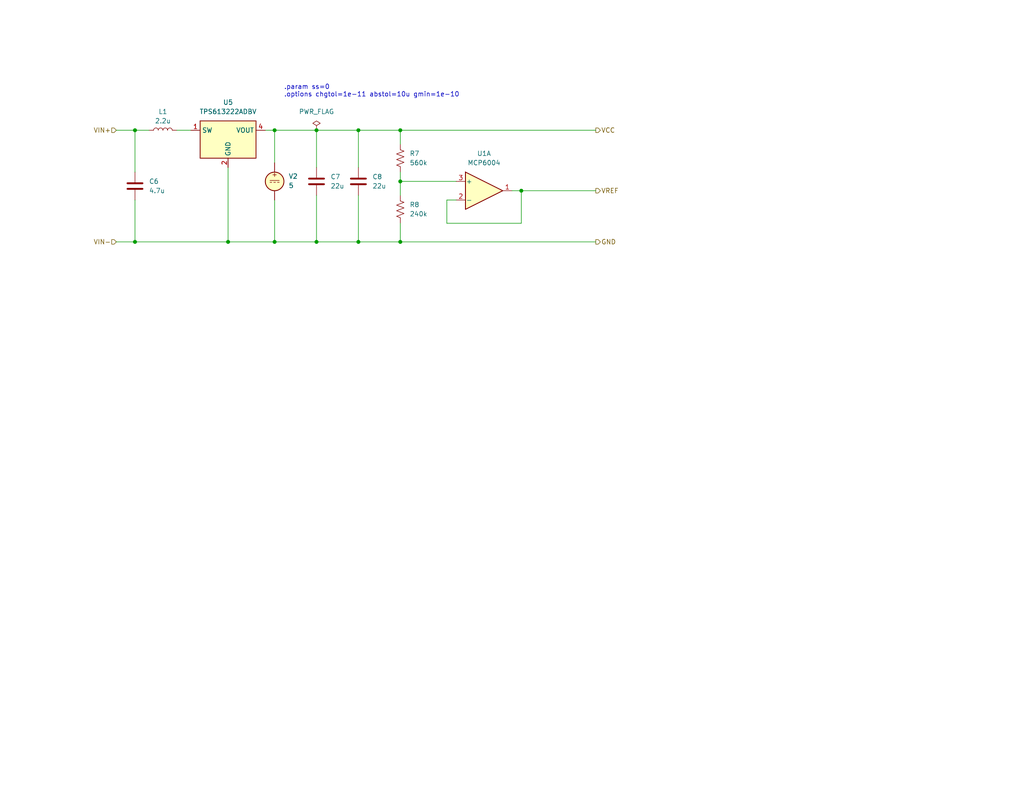
<source format=kicad_sch>
(kicad_sch (version 20250114) (generator "eeschema") (generator_version "9.0")
  (paper "USLetter")
  (title_block (title "EL223FP4L1") (date "2025-05-08") (rev "1") (company "Boles & Walker") (comment 1 "5V, 2.5V Rail Generator"))
  (lib_symbols
    (symbol "Amplifier_Operational:MCP6004" (pin_names (offset 0.127))
      (property "Reference" "U" (at 0 5.08 0))
      (property "Value" "MCP6004" (at 0 -5.08 0))
      (symbol "MCP6004_1_1"
        (polyline (pts (xy -5.08 5.08) (xy 5.08 0) (xy -5.08 -5.08) (xy -5.08 5.08)) (stroke (width 0.254)) (fill (type background)))
        (pin input line (at -7.62 2.54 0) (length 2.54) (name "+") (number "3"))
        (pin input line (at -7.62 -2.54 0) (length 2.54) (name "-") (number "2"))
        (pin output line (at 7.62 0 180) (length 2.54) (name "~") (number "1"))
      )
      (symbol "MCP6004_2_1"
        (polyline (pts (xy -5.08 5.08) (xy 5.08 0) (xy -5.08 -5.08) (xy -5.08 5.08)) (stroke (width 0.254)) (fill (type background)))
        (pin input line (at -7.62 2.54 0) (length 2.54) (name "+") (number "5"))
        (pin input line (at -7.62 -2.54 0) (length 2.54) (name "-") (number "6"))
        (pin output line (at 7.62 0 180) (length 2.54) (name "~") (number "7"))
      )
      (symbol "MCP6004_3_1"
        (polyline (pts (xy -5.08 5.08) (xy 5.08 0) (xy -5.08 -5.08) (xy -5.08 5.08)) (stroke (width 0.254)) (fill (type background)))
        (pin input line (at -7.62 2.54 0) (length 2.54) (name "+") (number "10"))
        (pin input line (at -7.62 -2.54 0) (length 2.54) (name "-") (number "9"))
        (pin output line (at 7.62 0 180) (length 2.54) (name "~") (number "8"))
      )
      (symbol "MCP6004_4_1"
        (polyline (pts (xy -5.08 5.08) (xy 5.08 0) (xy -5.08 -5.08) (xy -5.08 5.08)) (stroke (width 0.254)) (fill (type background)))
        (pin input line (at -7.62 2.54 0) (length 2.54) (name "+") (number "12"))
        (pin input line (at -7.62 -2.54 0) (length 2.54) (name "-") (number "13"))
        (pin output line (at 7.62 0 180) (length 2.54) (name "~") (number "14"))
      )
      (symbol "MCP6004_5_1"
        (pin power_in line (at -2.54 7.62 270) (length 3.81) (name "V+") (number "4"))
        (pin power_in line (at -2.54 -7.62 90) (length 3.81) (name "V-") (number "11"))
      )
    )
    (symbol "Device:C" (pin_numbers (hide yes)) (pin_names (offset 0.254))
      (property "Reference" "C" (at 0.635 2.54 0))
      (property "Value" "C" (at 0.635 -2.54 0))
      (symbol "C_0_1"
        (polyline (pts (xy -2.032 0.762) (xy 2.032 0.762)) (stroke (width 0.508)))
        (polyline (pts (xy -2.032 -0.762) (xy 2.032 -0.762)) (stroke (width 0.508)))
      )
      (symbol "C_1_1"
        (pin passive line (at 0 3.81 270) (length 2.794) (name "~") (number "1"))
        (pin passive line (at 0 -3.81 90) (length 2.794) (name "~") (number "2"))
      )
    )
    (symbol "Device:L" (pin_numbers (hide yes)) (pin_names (offset 1.016) (hide yes))
      (property "Reference" "L" (at -1.27 0 90))
      (property "Value" "L" (at 1.905 0 90))
      (symbol "L_0_1"
        (arc (start 0 2.54) (mid 0.6323 1.905) (end 0 1.27))
        (arc (start 0 1.27) (mid 0.6323 0.635) (end 0 0))
        (arc (start 0 0) (mid 0.6323 -0.635) (end 0 -1.27))
        (arc (start 0 -1.27) (mid 0.6323 -1.905) (end 0 -2.54))
      )
      (symbol "L_1_1"
        (pin passive line (at 0 3.81 270) (length 1.27) (name "1") (number "1"))
        (pin passive line (at 0 -3.81 90) (length 1.27) (name "2") (number "2"))
      )
    )
    (symbol "Device:R_US" (pin_numbers (hide yes)) (pin_names (offset 0))
      (property "Reference" "R" (at 2.54 0 90))
      (property "Value" "R_US" (at -2.54 0 90))
      (symbol "R_US_0_1"
        (polyline (pts (xy 0 2.286) (xy 0 2.54)))
        (polyline (pts (xy 0 2.286) (xy 1.016 1.905) (xy 0 1.524) (xy -1.016 1.143) (xy 0 0.762)))
        (polyline (pts (xy 0 0.762) (xy 1.016 0.381) (xy 0 0) (xy -1.016 -0.381) (xy 0 -0.762)))
        (polyline (pts (xy 0 -0.762) (xy 1.016 -1.143) (xy 0 -1.524) (xy -1.016 -1.905) (xy 0 -2.286)))
        (polyline (pts (xy 0 -2.286) (xy 0 -2.54)))
      )
      (symbol "R_US_1_1"
        (pin passive line (at 0 3.81 270) (length 1.27) (name "~") (number "1"))
        (pin passive line (at 0 -3.81 90) (length 1.27) (name "~") (number "2"))
      )
    )
    (symbol "Regulator_Switching:TPS613222ADBV"
      (property "Reference" "U" (at -7.62 6.35 0))
      (property "Value" "TPS613222ADBV" (at 2.54 6.35 0))
      (symbol "TPS613222ADBV_0_1"
        (rectangle (start -7.62 5.08) (end 7.62 -5.08) (stroke (width 0.254)) (fill (type background)))
      )
      (symbol "TPS613222ADBV_1_1"
        (pin power_in line (at -10.16 2.54 0) (length 2.54) (name "SW") (number "1"))
        (pin no_connect line (at -7.62 -2.54 0) (length 2.54) (hide yes) (name "NC") (number "3"))
        (pin power_in line (at 0 -7.62 90) (length 2.54) (name "GND") (number "2"))
        (pin no_connect line (at 7.62 -2.54 180) (length 2.54) (hide yes) (name "NC") (number "5"))
        (pin power_out line (at 10.16 2.54 180) (length 2.54) (name "VOUT") (number "4"))
      )
    )
    (symbol "Simulation_SPICE:VDC" (pin_numbers (hide yes)) (pin_names (offset 0.0254))
      (property "Reference" "V" (at 2.54 2.54 0))
      (property "Value" "1" (at 2.54 0 0))
      (symbol "VDC_0_0"
        (polyline (pts (xy -1.27 0.254) (xy 1.27 0.254)))
        (polyline (pts (xy -0.762 -0.254) (xy -1.27 -0.254)))
        (polyline (pts (xy 0.254 -0.254) (xy -0.254 -0.254)))
        (polyline (pts (xy 1.27 -0.254) (xy 0.762 -0.254)))
        (text "+" (at 0 1.905 0) (effects (font (size 1.27 1.27))))
      )
      (symbol "VDC_0_1"
        (circle (center 0 0) (radius 2.54) (stroke (width 0.254)) (fill (type background)))
      )
      (symbol "VDC_1_1"
        (pin passive line (at 0 5.08 270) (length 2.54) (name "~") (number "1"))
        (pin passive line (at 0 -5.08 90) (length 2.54) (name "~") (number "2"))
      )
    )
    (symbol "power:PWR_FLAG" (power) (pin_numbers (hide yes)) (pin_names (offset 0) (hide yes))
      (property "Value" "PWR_FLAG" (at 0 3.81 0))
      (symbol "PWR_FLAG_0_0"
        (pin power_out line (at 0 0 90) (length 0) (name "~") (number "1"))
      )
      (symbol "PWR_FLAG_0_1"
        (polyline (pts (xy 0 0) (xy 0 1.27) (xy -1.016 1.905) (xy 0 2.54) (xy 1.016 1.905) (xy 0 1.27)))
      )
    )
  )
  (text ".param ss=0\n.options chgtol=1e-11 abstol=10u gmin=1e-10" (at 77.47 24.892 0) (effects (font (size 1.27 1.27)) (justify left)))
  (junction (at 74.93 35.56))
  (junction (at 97.79 66.04))
  (junction (at 36.83 35.56))
  (junction (at 86.36 35.56))
  (junction (at 109.22 49.53))
  (junction (at 109.22 66.04))
  (junction (at 142.24 52.07))
  (junction (at 86.36 66.04))
  (junction (at 109.22 35.56))
  (junction (at 62.23 66.04))
  (junction (at 36.83 66.04))
  (junction (at 97.79 35.56))
  (junction (at 74.93 66.04))
  (wire (pts (xy 139.7 52.07) (xy 142.24 52.07)))
  (wire (pts (xy 40.64 35.56) (xy 36.83 35.56)))
  (wire (pts (xy 36.83 66.04) (xy 31.75 66.04)))
  (wire (pts (xy 36.83 54.61) (xy 36.83 66.04)))
  (wire (pts (xy 86.36 35.56) (xy 97.79 35.56)))
  (wire (pts (xy 109.22 66.04) (xy 162.56 66.04)))
  (wire (pts (xy 97.79 35.56) (xy 109.22 35.56)))
  (wire (pts (xy 72.39 35.56) (xy 74.93 35.56)))
  (wire (pts (xy 109.22 49.53) (xy 109.22 53.34)))
  (wire (pts (xy 142.24 52.07) (xy 162.56 52.07)))
  (wire (pts (xy 109.22 35.56) (xy 109.22 39.37)))
  (wire (pts (xy 109.22 35.56) (xy 162.56 35.56)))
  (wire (pts (xy 74.93 35.56) (xy 86.36 35.56)))
  (wire (pts (xy 142.24 52.07) (xy 142.24 60.96)))
  (wire (pts (xy 48.26 35.56) (xy 52.07 35.56)))
  (wire (pts (xy 74.93 54.61) (xy 74.93 66.04)))
  (wire (pts (xy 74.93 35.56) (xy 74.93 44.45)))
  (wire (pts (xy 97.79 35.56) (xy 97.79 45.72)))
  (wire (pts (xy 109.22 49.53) (xy 124.46 49.53)))
  (wire (pts (xy 109.22 60.96) (xy 109.22 66.04)))
  (wire (pts (xy 97.79 66.04) (xy 109.22 66.04)))
  (wire (pts (xy 109.22 46.99) (xy 109.22 49.53)))
  (wire (pts (xy 121.92 60.96) (xy 121.92 54.61)))
  (wire (pts (xy 31.75 35.56) (xy 36.83 35.56)))
  (wire (pts (xy 36.83 35.56) (xy 36.83 46.99)))
  (wire (pts (xy 62.23 66.04) (xy 74.93 66.04)))
  (wire (pts (xy 86.36 66.04) (xy 97.79 66.04)))
  (wire (pts (xy 74.93 66.04) (xy 86.36 66.04)))
  (wire (pts (xy 36.83 66.04) (xy 62.23 66.04)))
  (wire (pts (xy 62.23 45.72) (xy 62.23 66.04)))
  (wire (pts (xy 121.92 54.61) (xy 124.46 54.61)))
  (wire (pts (xy 86.36 35.56) (xy 86.36 45.72)))
  (wire (pts (xy 97.79 53.34) (xy 97.79 66.04)))
  (wire (pts (xy 142.24 60.96) (xy 121.92 60.96)))
  (wire (pts (xy 86.36 53.34) (xy 86.36 66.04)))
  (hierarchical_label "VIN+" (shape input) (at 31.75 35.56 180))
  (hierarchical_label "VIN-" (shape input) (at 31.75 66.04 180))
  (hierarchical_label "VREF" (shape output) (at 162.56 52.07 0))
  (hierarchical_label "VCC" (shape output) (at 162.56 35.56 0))
  (hierarchical_label "GND" (shape output) (at 162.56 66.04 0))
  (symbol (lib_id "power:PWR_FLAG") (at 86.36 35.56 0) (unit 1)
    (property "Reference" "#FLG02" (effects (hide yes)))
    (property "Value" "PWR_FLAG" (at 86.36 30.48 0))
    (property "Description" "Special symbol for telling ERC where power comes from" (effects (hide yes)))
  )
  (symbol (lib_id "Amplifier_Operational:MCP6004") (at 132.08 52.07 0) (unit 1)
    (property "Reference" "U1" (at 132.08 41.91 0))
    (property "Value" "MCP6004" (at 132.08 44.45 0))
    (property "Datasheet" "http://ww1.microchip.com/downloads/en/DeviceDoc/21733j.pdf" (effects (hide yes)))
    (property "Description" "1MHz, Low-Power Op Amp, DIP-14/SOIC-14/TSSOP-14" (effects (hide yes)))
    (property "Sim.Library" "MCP6001.lib" (effects (hide yes)))
    (property "Sim.Name" "MCP6004" (effects (hide yes)))
    (property "Sim.Device" "SUBCKT" (effects (hide yes)))
    (property "Sim.Pins" "1=OUTA 2=A- 3=A+ 4=VDD 5=B+ 6=B- 7=OUTB 8=OUTC 9=C- 10=C+ 11=VSS 12=D+ 13=D- 14=OUTD" (effects (hide yes)))
  )
  (symbol (lib_id "Device:R_US") (at 109.22 57.15 0) (unit 1)
    (property "Reference" "R8" (at 111.76 55.8799 0) (effects (justify left)))
    (property "Value" "240k" (at 111.76 58.4199 0) (effects (justify left)))
    (property "Description" "Resistor, US symbol" (effects (hide yes)))
  )
  (symbol (lib_id "Device:L") (at 44.45 35.56 270) (mirror x) (unit 1)
    (property "Reference" "L1" (at 44.45 30.48 90))
    (property "Value" "2.2u" (at 44.45 33.02 90))
    (property "Description" "Inductor" (effects (hide yes)))
    (property "Sim.Device" "SUBCKT" (effects (hide yes)))
    (property "Sim.Pins" "1=port1 2=port2" (effects (hide yes)))
    (property "Sim.Library" "DFE201612E-2R2M.mod" (effects (hide yes)))
    (property "Sim.Name" "DFE201612E-2R2M" (effects (hide yes)))
  )
  (symbol (lib_id "Device:C") (at 97.79 49.53 0) (unit 1)
    (property "Reference" "C8" (at 101.6 48.2599 0) (effects (justify left)))
    (property "Value" "22u" (at 101.6 50.7999 0) (effects (justify left)))
    (property "Description" "Unpolarized capacitor" (effects (hide yes)))
    (property "Sim.Device" "SUBCKT" (effects (hide yes)))
    (property "Sim.Pins" "1=+ 2=-" (effects (hide yes)))
    (property "Sim.Library" "RC.lib" (effects (hide yes)))
    (property "Sim.Name" "RC" (effects (hide yes)))
  )
  (symbol (lib_id "Device:C") (at 86.36 49.53 0) (unit 1)
    (property "Reference" "C7" (at 90.17 48.2599 0) (effects (justify left)))
    (property "Value" "22u" (at 90.17 50.7999 0) (effects (justify left)))
    (property "Description" "Unpolarized capacitor" (effects (hide yes)))
    (property "Sim.Device" "SUBCKT" (effects (hide yes)))
    (property "Sim.Pins" "1=+ 2=-" (effects (hide yes)))
    (property "Sim.Library" "RC.lib" (effects (hide yes)))
    (property "Sim.Name" "RC" (effects (hide yes)))
  )
  (symbol (lib_id "Device:C") (at 36.83 50.8 0) (unit 1)
    (property "Reference" "C6" (at 40.64 49.5299 0) (effects (justify left)))
    (property "Value" "4.7u" (at 40.64 52.0699 0) (effects (justify left)))
    (property "Description" "Unpolarized capacitor" (effects (hide yes)))
  )
  (symbol (lib_id "Device:R_US") (at 109.22 43.18 0) (unit 1)
    (property "Reference" "R7" (at 111.76 41.9099 0) (effects (justify left)))
    (property "Value" "560k" (at 111.76 44.4499 0) (effects (justify left)))
    (property "Description" "Resistor, US symbol" (effects (hide yes)))
  )
  (symbol (lib_id "Regulator_Switching:TPS613222ADBV") (at 62.23 38.1 0) (unit 1) (exclude_from_sim yes)
    (property "Reference" "U5" (at 62.23 27.94 0))
    (property "Value" "TPS613222ADBV" (at 62.23 30.48 0))
    (property "Footprint" "Package_TO_SOT_SMD:SOT-23-5" (effects (hide yes)))
    (property "Datasheet" "http://www.ti.com/lit/ds/symlink/tps61322.pdf" (effects (hide yes)))
    (property "Description" "1.8A Step-Up Converter, 5V Output Voltage, 0.9-5.5V Input Voltage, SOT-23-5" (effects (hide yes)))
    (property "Sim.Library" "tps613222A_trans.lib" (effects (hide yes)))
    (property "Sim.Name" "TPS613222A_TRANS" (effects (hide yes)))
    (property "Sim.Device" "SUBCKT" (effects (hide yes)))
    (property "Sim.Pins" "1=SW 2=GND 4=VOUT" (effects (hide yes)))
  )
  (symbol (lib_id "Simulation_SPICE:VDC") (at 74.93 49.53 0) (unit 1)
    (property "Reference" "V2" (at 78.74 48.1301 0) (effects (justify left)))
    (property "Value" "5" (at 78.74 50.6701 0) (effects (justify left)))
    (property "Datasheet" "https://ngspice.sourceforge.io/docs/ngspice-html-manual/manual.xhtml#sec_Independent_Sources_for" (effects (hide yes)))
    (property "Description" "Voltage source, DC" (effects (hide yes)))
    (property "Sim.Pins" "1=+ 2=-" (effects (hide yes)))
    (property "Sim.Type" "DC" (effects (hide yes)))
    (property "Sim.Device" "V" (effects (hide yes)))
  )
)
</source>
